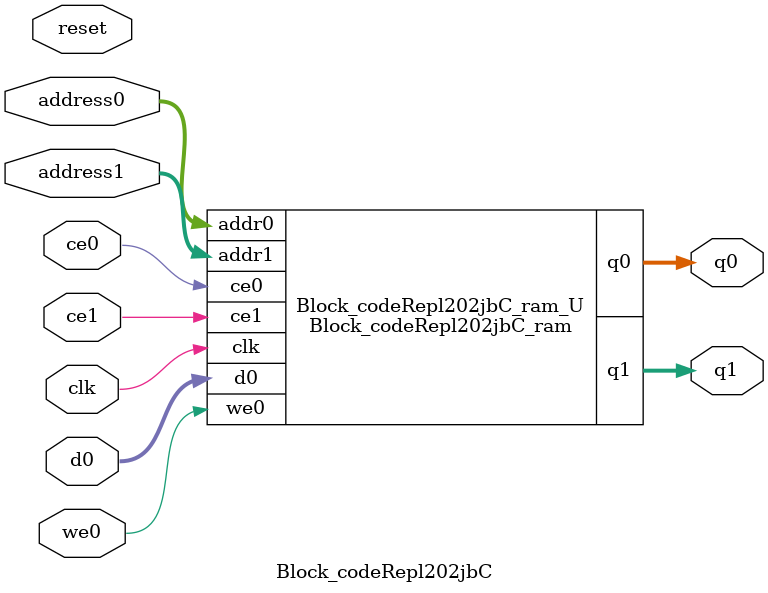
<source format=v>
`timescale 1 ns / 1 ps
module Block_codeRepl202jbC_ram (addr0, ce0, d0, we0, q0, addr1, ce1, q1,  clk);

parameter DWIDTH = 5;
parameter AWIDTH = 20;
parameter MEM_SIZE = 819200;

input[AWIDTH-1:0] addr0;
input ce0;
input[DWIDTH-1:0] d0;
input we0;
output reg[DWIDTH-1:0] q0;
input[AWIDTH-1:0] addr1;
input ce1;
output reg[DWIDTH-1:0] q1;
input clk;

(* ram_style = "block" *)reg [DWIDTH-1:0] ram[0:MEM_SIZE-1];




always @(posedge clk)  
begin 
    if (ce0) begin
        if (we0) 
            ram[addr0] <= d0; 
        q0 <= ram[addr0];
    end
end


always @(posedge clk)  
begin 
    if (ce1) begin
        q1 <= ram[addr1];
    end
end


endmodule

`timescale 1 ns / 1 ps
module Block_codeRepl202jbC(
    reset,
    clk,
    address0,
    ce0,
    we0,
    d0,
    q0,
    address1,
    ce1,
    q1);

parameter DataWidth = 32'd5;
parameter AddressRange = 32'd819200;
parameter AddressWidth = 32'd20;
input reset;
input clk;
input[AddressWidth - 1:0] address0;
input ce0;
input we0;
input[DataWidth - 1:0] d0;
output[DataWidth - 1:0] q0;
input[AddressWidth - 1:0] address1;
input ce1;
output[DataWidth - 1:0] q1;



Block_codeRepl202jbC_ram Block_codeRepl202jbC_ram_U(
    .clk( clk ),
    .addr0( address0 ),
    .ce0( ce0 ),
    .we0( we0 ),
    .d0( d0 ),
    .q0( q0 ),
    .addr1( address1 ),
    .ce1( ce1 ),
    .q1( q1 ));

endmodule


</source>
